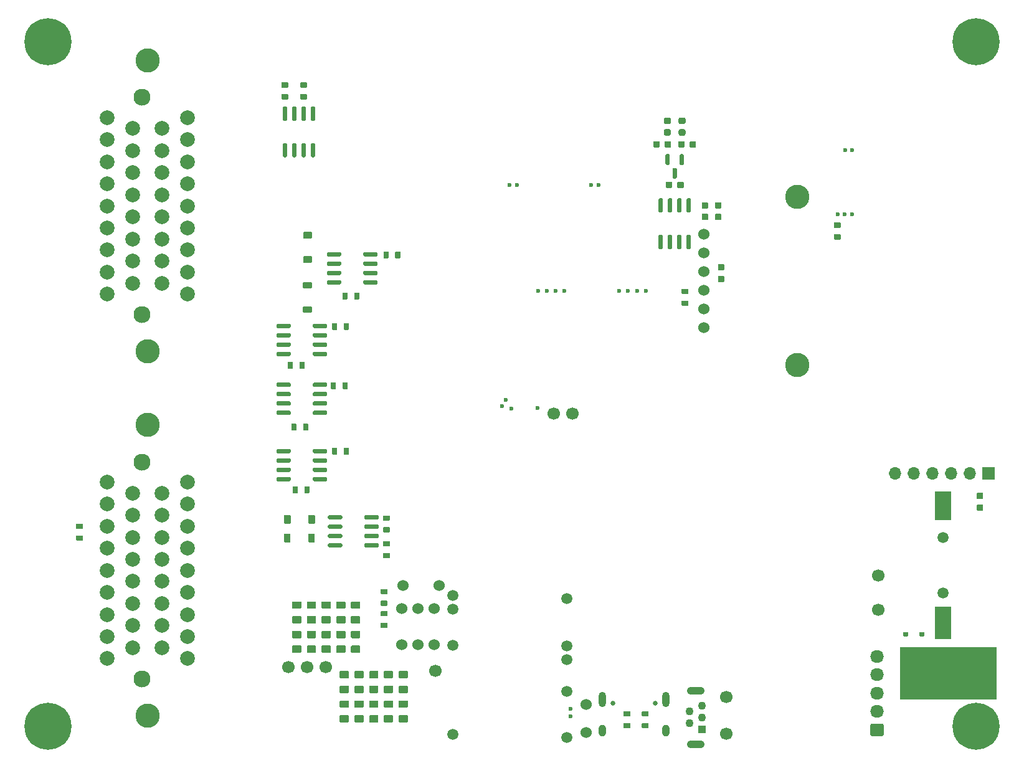
<source format=gbs>
G04 #@! TF.GenerationSoftware,KiCad,Pcbnew,8.0.9-8.0.9-0~ubuntu24.04.1*
G04 #@! TF.CreationDate,2025-10-23T20:59:24+00:00*
G04 #@! TF.ProjectId,uaefi,75616566-692e-46b6-9963-61645f706362,E*
G04 #@! TF.SameCoordinates,Original*
G04 #@! TF.FileFunction,Soldermask,Bot*
G04 #@! TF.FilePolarity,Negative*
%FSLAX46Y46*%
G04 Gerber Fmt 4.6, Leading zero omitted, Abs format (unit mm)*
G04 Created by KiCad (PCBNEW 8.0.9-8.0.9-0~ubuntu24.04.1) date 2025-10-23 20:59:24*
%MOMM*%
%LPD*%
G01*
G04 APERTURE LIST*
%ADD10C,0.120000*%
%ADD11C,1.700000*%
%ADD12C,3.300000*%
%ADD13C,2.300000*%
%ADD14C,2.000000*%
%ADD15C,0.800000*%
%ADD16C,6.400000*%
%ADD17C,1.524000*%
%ADD18O,1.850000X1.700000*%
%ADD19C,0.600000*%
%ADD20R,1.100000X1.100000*%
%ADD21C,1.100000*%
%ADD22O,2.400000X1.100000*%
%ADD23C,1.500000*%
%ADD24C,0.599999*%
%ADD25C,0.650000*%
%ADD26O,1.000000X2.100000*%
%ADD27O,1.000000X1.600000*%
%ADD28R,1.700000X1.700000*%
%ADD29O,1.700000X1.700000*%
%ADD30C,3.302000*%
%ADD31R,2.299995X4.399991*%
%ADD32R,2.299995X3.999992*%
G04 APERTURE END LIST*
D10*
G04 #@! TO.C,U5*
X132332487Y7235000D02*
X119332487Y7235000D01*
X119332487Y14235000D01*
X132332487Y14235000D01*
X132332487Y7235000D01*
G36*
X132332487Y7235000D02*
G01*
X119332487Y7235000D01*
X119332487Y14235000D01*
X132332487Y14235000D01*
X132332487Y7235000D01*
G37*
G04 #@! TD*
D11*
G04 #@! TO.C,P8*
X116382487Y19310000D03*
G04 #@! TD*
G04 #@! TO.C,P5*
X74782487Y46010000D03*
G04 #@! TD*
D12*
G04 #@! TO.C,J25*
X17000000Y93985000D03*
D13*
X16250000Y88985000D03*
X16250000Y59485000D03*
D12*
X17000000Y54485000D03*
D14*
X22500000Y86235000D03*
X22500000Y83235000D03*
X22500000Y80235000D03*
X22500000Y77235000D03*
X22500000Y74235000D03*
X22500000Y71235000D03*
X22500000Y68235000D03*
X22500000Y65235000D03*
X22500000Y62235000D03*
X19000000Y84735000D03*
X19000000Y81735000D03*
X19000000Y78735000D03*
X19000000Y75735000D03*
X19000000Y72735000D03*
X19000000Y69735000D03*
X19000000Y66735000D03*
X19000000Y63735000D03*
X15000000Y84735000D03*
X15000000Y81735000D03*
X15000000Y78735000D03*
X15000000Y75735000D03*
X15000000Y72735000D03*
X15000000Y69735000D03*
X15000000Y66735000D03*
X15000000Y63735000D03*
X11500000Y86235000D03*
X11500000Y83235000D03*
X11500000Y80235000D03*
X11500000Y77235000D03*
X11500000Y74235000D03*
X11500000Y71235000D03*
X11500000Y68235000D03*
X11500000Y65235000D03*
X11500000Y62235000D03*
G04 #@! TD*
D11*
G04 #@! TO.C,P15*
X38722487Y11510000D03*
G04 #@! TD*
D15*
G04 #@! TO.C,H1*
X1090000Y96510000D03*
X1792944Y98207056D03*
X1792944Y94812944D03*
X3490000Y98910000D03*
D16*
X3490000Y96510000D03*
D15*
X3490000Y94110000D03*
X5187056Y98207056D03*
X5187056Y94812944D03*
X5890000Y96510000D03*
G04 #@! TD*
G04 #@! TO.C,H4*
X127282487Y96510000D03*
X127985431Y98207056D03*
X127985431Y94812944D03*
X129682487Y98910000D03*
D16*
X129682487Y96510000D03*
D15*
X129682487Y94110000D03*
X131379543Y98207056D03*
X131379543Y94812944D03*
X132082487Y96510000D03*
G04 #@! TD*
D17*
G04 #@! TO.C,F4*
X51582487Y19460000D03*
X51582487Y14560000D03*
G04 #@! TD*
G04 #@! TO.C,J7*
G36*
G01*
X116857487Y2160000D02*
X115507487Y2160000D01*
G75*
G02*
X115257487Y2410000I0J250000D01*
G01*
X115257487Y3610000D01*
G75*
G02*
X115507487Y3860000I250000J0D01*
G01*
X116857487Y3860000D01*
G75*
G02*
X117107487Y3610000I0J-250000D01*
G01*
X117107487Y2410000D01*
G75*
G02*
X116857487Y2160000I-250000J0D01*
G01*
G37*
D18*
X116182487Y5510000D03*
X116182487Y8010000D03*
X116182487Y10510000D03*
X116182487Y13010000D03*
G04 #@! TD*
D11*
G04 #@! TO.C,P4*
X95682487Y7510000D03*
G04 #@! TD*
D15*
G04 #@! TO.C,H2*
X1090000Y3510000D03*
X1792944Y5207056D03*
X1792944Y1812944D03*
X3490000Y5910000D03*
D16*
X3490000Y3510000D03*
D15*
X3490000Y1110000D03*
X5187056Y5207056D03*
X5187056Y1812944D03*
X5890000Y3510000D03*
G04 #@! TD*
D19*
G04 #@! TO.C,M3*
X82357487Y62685000D03*
X81157487Y62685000D03*
X83557487Y62685000D03*
X84757487Y62685000D03*
X78297487Y77110000D03*
X77297487Y77110000D03*
G04 #@! TD*
D11*
G04 #@! TO.C,P17*
X36182487Y11510000D03*
G04 #@! TD*
D20*
G04 #@! TO.C,J8*
X92432487Y3110000D03*
D21*
X90682487Y3910000D03*
X92432487Y4710000D03*
X90682487Y5510000D03*
X92432487Y6310000D03*
D22*
X91557487Y1060000D03*
X91557487Y8360000D03*
G04 #@! TD*
D17*
G04 #@! TO.C,F3*
X53782487Y19460000D03*
X53782487Y14560000D03*
G04 #@! TD*
D19*
G04 #@! TO.C,M2*
X112757486Y73135000D03*
X111807486Y73135000D03*
X110857488Y73135000D03*
X111857486Y81835000D03*
X112757486Y81835000D03*
G04 #@! TD*
D11*
G04 #@! TO.C,P18*
X56182487Y11010000D03*
G04 #@! TD*
D12*
G04 #@! TO.C,J23*
X17000000Y44435000D03*
D13*
X16250000Y39435000D03*
X16250000Y9935000D03*
D12*
X17000000Y4935000D03*
D14*
X22500000Y36685000D03*
X22500000Y33685000D03*
X22500000Y30685000D03*
X22500000Y27685000D03*
X22500000Y24685000D03*
X22500000Y21685000D03*
X22500000Y18685000D03*
X22500000Y15685000D03*
X22500000Y12685000D03*
X19000000Y35185000D03*
X19000000Y32185000D03*
X19000000Y29185000D03*
X19000000Y26185000D03*
X19000000Y23185000D03*
X19000000Y20185000D03*
X19000000Y17185000D03*
X19000000Y14185000D03*
X15000000Y35185000D03*
X15000000Y32185000D03*
X15000000Y29185000D03*
X15000000Y26185000D03*
X15000000Y23185000D03*
X15000000Y20185000D03*
X15000000Y17185000D03*
X15000000Y14185000D03*
X11500000Y36685000D03*
X11500000Y33685000D03*
X11500000Y30685000D03*
X11500000Y27685000D03*
X11500000Y24685000D03*
X11500000Y21685000D03*
X11500000Y18685000D03*
X11500000Y15685000D03*
X11500000Y12685000D03*
G04 #@! TD*
D23*
G04 #@! TO.C,M1*
X74057482Y20834999D03*
X74057482Y14435002D03*
X74057482Y12534999D03*
X74057482Y8234999D03*
D19*
X74507481Y5835002D03*
X74507481Y4835001D03*
D23*
X74057482Y1984999D03*
X58557485Y21285001D03*
X58557485Y19435002D03*
X58557485Y14484999D03*
X58557485Y2435001D03*
G04 #@! TD*
D11*
G04 #@! TO.C,P6*
X72242487Y46010000D03*
G04 #@! TD*
D24*
G04 #@! TO.C,M7*
X65182486Y46985001D03*
X65707486Y47860003D03*
X66457484Y46684999D03*
X70007485Y46760002D03*
G04 #@! TD*
D17*
G04 #@! TO.C,F1*
X55982487Y19460000D03*
X55982487Y14560000D03*
G04 #@! TD*
D11*
G04 #@! TO.C,P3*
X95682487Y2510000D03*
G04 #@! TD*
D17*
G04 #@! TO.C,R4*
X76657096Y6484609D03*
X76657096Y2674609D03*
G04 #@! TD*
D11*
G04 #@! TO.C,P7*
X116382487Y24010000D03*
G04 #@! TD*
D25*
G04 #@! TO.C,J9*
X80292487Y6615000D03*
X86072487Y6615000D03*
D26*
X78862487Y7115000D03*
D27*
X78862487Y2935000D03*
D26*
X87502487Y7115000D03*
D27*
X87502487Y2935000D03*
G04 #@! TD*
D15*
G04 #@! TO.C,H3*
X127282487Y3510000D03*
X127985431Y5207056D03*
X127985431Y1812944D03*
X129682487Y5910000D03*
D16*
X129682487Y3510000D03*
D15*
X129682487Y1110000D03*
X131379543Y5207056D03*
X131379543Y1812944D03*
X132082487Y3510000D03*
G04 #@! TD*
D19*
G04 #@! TO.C,M4*
X71307487Y62685000D03*
X70107487Y62685000D03*
X72507487Y62685000D03*
X73707487Y62685000D03*
X67247487Y77110000D03*
X66247487Y77110000D03*
G04 #@! TD*
D17*
G04 #@! TO.C,F2*
X51732487Y22610000D03*
X56632487Y22610000D03*
G04 #@! TD*
D28*
G04 #@! TO.C,J6*
X131332487Y37910000D03*
D29*
X128792487Y37910000D03*
X126252487Y37910000D03*
X123712487Y37910000D03*
X121172487Y37910000D03*
X118632487Y37910000D03*
G04 #@! TD*
D30*
G04 #@! TO.C,U3*
X105385737Y75440000D03*
X105385737Y52580000D03*
D17*
X92685737Y70360000D03*
X92685737Y67820000D03*
X92685737Y65280000D03*
X92685737Y62740000D03*
X92685737Y60200000D03*
X92685737Y57660000D03*
G04 #@! TD*
D11*
G04 #@! TO.C,P16*
X41262487Y11510000D03*
G04 #@! TD*
G04 #@! TO.C,D8*
G36*
G01*
X87582487Y81267023D02*
X87882487Y81267023D01*
G75*
G02*
X88032487Y81117023I0J-150000D01*
G01*
X88032487Y79942023D01*
G75*
G02*
X87882487Y79792023I-150000J0D01*
G01*
X87582487Y79792023D01*
G75*
G02*
X87432487Y79942023I0J150000D01*
G01*
X87432487Y81117023D01*
G75*
G02*
X87582487Y81267023I150000J0D01*
G01*
G37*
G36*
G01*
X89482487Y81267023D02*
X89782487Y81267023D01*
G75*
G02*
X89932487Y81117023I0J-150000D01*
G01*
X89932487Y79942023D01*
G75*
G02*
X89782487Y79792023I-150000J0D01*
G01*
X89482487Y79792023D01*
G75*
G02*
X89332487Y79942023I0J150000D01*
G01*
X89332487Y81117023D01*
G75*
G02*
X89482487Y81267023I150000J0D01*
G01*
G37*
G36*
G01*
X88532487Y79392023D02*
X88832487Y79392023D01*
G75*
G02*
X88982487Y79242023I0J-150000D01*
G01*
X88982487Y78067023D01*
G75*
G02*
X88832487Y77917023I-150000J0D01*
G01*
X88532487Y77917023D01*
G75*
G02*
X88382487Y78067023I0J150000D01*
G01*
X88382487Y79242023D01*
G75*
G02*
X88532487Y79392023I150000J0D01*
G01*
G37*
G04 #@! TD*
G04 #@! TO.C,U7*
G36*
G01*
X48300000Y67795000D02*
X48300000Y67495000D01*
G75*
G02*
X48150000Y67345000I-150000J0D01*
G01*
X46500000Y67345000D01*
G75*
G02*
X46350000Y67495000I0J150000D01*
G01*
X46350000Y67795000D01*
G75*
G02*
X46500000Y67945000I150000J0D01*
G01*
X48150000Y67945000D01*
G75*
G02*
X48300000Y67795000I0J-150000D01*
G01*
G37*
G36*
G01*
X48300000Y66525000D02*
X48300000Y66225000D01*
G75*
G02*
X48150000Y66075000I-150000J0D01*
G01*
X46500000Y66075000D01*
G75*
G02*
X46350000Y66225000I0J150000D01*
G01*
X46350000Y66525000D01*
G75*
G02*
X46500000Y66675000I150000J0D01*
G01*
X48150000Y66675000D01*
G75*
G02*
X48300000Y66525000I0J-150000D01*
G01*
G37*
G36*
G01*
X48300000Y65255000D02*
X48300000Y64955000D01*
G75*
G02*
X48150000Y64805000I-150000J0D01*
G01*
X46500000Y64805000D01*
G75*
G02*
X46350000Y64955000I0J150000D01*
G01*
X46350000Y65255000D01*
G75*
G02*
X46500000Y65405000I150000J0D01*
G01*
X48150000Y65405000D01*
G75*
G02*
X48300000Y65255000I0J-150000D01*
G01*
G37*
G36*
G01*
X48300000Y63985000D02*
X48300000Y63685000D01*
G75*
G02*
X48150000Y63535000I-150000J0D01*
G01*
X46500000Y63535000D01*
G75*
G02*
X46350000Y63685000I0J150000D01*
G01*
X46350000Y63985000D01*
G75*
G02*
X46500000Y64135000I150000J0D01*
G01*
X48150000Y64135000D01*
G75*
G02*
X48300000Y63985000I0J-150000D01*
G01*
G37*
G36*
G01*
X43350000Y63985000D02*
X43350000Y63685000D01*
G75*
G02*
X43200000Y63535000I-150000J0D01*
G01*
X41550000Y63535000D01*
G75*
G02*
X41400000Y63685000I0J150000D01*
G01*
X41400000Y63985000D01*
G75*
G02*
X41550000Y64135000I150000J0D01*
G01*
X43200000Y64135000D01*
G75*
G02*
X43350000Y63985000I0J-150000D01*
G01*
G37*
G36*
G01*
X43350000Y65255000D02*
X43350000Y64955000D01*
G75*
G02*
X43200000Y64805000I-150000J0D01*
G01*
X41550000Y64805000D01*
G75*
G02*
X41400000Y64955000I0J150000D01*
G01*
X41400000Y65255000D01*
G75*
G02*
X41550000Y65405000I150000J0D01*
G01*
X43200000Y65405000D01*
G75*
G02*
X43350000Y65255000I0J-150000D01*
G01*
G37*
G36*
G01*
X43350000Y66525000D02*
X43350000Y66225000D01*
G75*
G02*
X43200000Y66075000I-150000J0D01*
G01*
X41550000Y66075000D01*
G75*
G02*
X41400000Y66225000I0J150000D01*
G01*
X41400000Y66525000D01*
G75*
G02*
X41550000Y66675000I150000J0D01*
G01*
X43200000Y66675000D01*
G75*
G02*
X43350000Y66525000I0J-150000D01*
G01*
G37*
G36*
G01*
X43350000Y67795000D02*
X43350000Y67495000D01*
G75*
G02*
X43200000Y67345000I-150000J0D01*
G01*
X41550000Y67345000D01*
G75*
G02*
X41400000Y67495000I0J150000D01*
G01*
X41400000Y67795000D01*
G75*
G02*
X41550000Y67945000I150000J0D01*
G01*
X43200000Y67945000D01*
G75*
G02*
X43350000Y67795000I0J-150000D01*
G01*
G37*
G04 #@! TD*
G04 #@! TO.C,C10*
G36*
G01*
X45832487Y13470000D02*
X44782487Y13470000D01*
G75*
G02*
X44682487Y13570000I0J100000D01*
G01*
X44682487Y14370000D01*
G75*
G02*
X44782487Y14470000I100000J0D01*
G01*
X45832487Y14470000D01*
G75*
G02*
X45932487Y14370000I0J-100000D01*
G01*
X45932487Y13570000D01*
G75*
G02*
X45832487Y13470000I-100000J0D01*
G01*
G37*
G36*
G01*
X45832487Y15470000D02*
X44782487Y15470000D01*
G75*
G02*
X44682487Y15570000I0J100000D01*
G01*
X44682487Y16370000D01*
G75*
G02*
X44782487Y16470000I100000J0D01*
G01*
X45832487Y16470000D01*
G75*
G02*
X45932487Y16370000I0J-100000D01*
G01*
X45932487Y15570000D01*
G75*
G02*
X45832487Y15470000I-100000J0D01*
G01*
G37*
G04 #@! TD*
G04 #@! TO.C,C27*
G36*
G01*
X94642487Y66325001D02*
X95322487Y66325001D01*
G75*
G02*
X95407487Y66240001I0J-85000D01*
G01*
X95407487Y65560001D01*
G75*
G02*
X95322487Y65475001I-85000J0D01*
G01*
X94642487Y65475001D01*
G75*
G02*
X94557487Y65560001I0J85000D01*
G01*
X94557487Y66240001D01*
G75*
G02*
X94642487Y66325001I85000J0D01*
G01*
G37*
G36*
G01*
X94642487Y64744999D02*
X95322487Y64744999D01*
G75*
G02*
X95407487Y64659999I0J-85000D01*
G01*
X95407487Y63979999D01*
G75*
G02*
X95322487Y63894999I-85000J0D01*
G01*
X94642487Y63894999D01*
G75*
G02*
X94557487Y63979999I0J85000D01*
G01*
X94557487Y64659999D01*
G75*
G02*
X94642487Y64744999I85000J0D01*
G01*
G37*
G04 #@! TD*
G04 #@! TO.C,D4*
G36*
G01*
X35585000Y31100000D02*
X35585000Y32120000D01*
G75*
G02*
X35675000Y32210000I90000J0D01*
G01*
X36395000Y32210000D01*
G75*
G02*
X36485000Y32120000I0J-90000D01*
G01*
X36485000Y31100000D01*
G75*
G02*
X36395000Y31010000I-90000J0D01*
G01*
X35675000Y31010000D01*
G75*
G02*
X35585000Y31100000I0J90000D01*
G01*
G37*
G36*
G01*
X38885000Y31100000D02*
X38885000Y32120000D01*
G75*
G02*
X38975000Y32210000I90000J0D01*
G01*
X39695000Y32210000D01*
G75*
G02*
X39785000Y32120000I0J-90000D01*
G01*
X39785000Y31100000D01*
G75*
G02*
X39695000Y31010000I-90000J0D01*
G01*
X38975000Y31010000D01*
G75*
G02*
X38885000Y31100000I0J90000D01*
G01*
G37*
G04 #@! TD*
D23*
G04 #@! TO.C,BT1*
X125182487Y21610142D03*
X125182487Y29110000D03*
D31*
X125182487Y17510048D03*
D32*
X125182487Y33510067D03*
G04 #@! TD*
G04 #@! TO.C,U10*
G36*
G01*
X41450000Y50055000D02*
X41450000Y49755000D01*
G75*
G02*
X41300000Y49605000I-150000J0D01*
G01*
X39650000Y49605000D01*
G75*
G02*
X39500000Y49755000I0J150000D01*
G01*
X39500000Y50055000D01*
G75*
G02*
X39650000Y50205000I150000J0D01*
G01*
X41300000Y50205000D01*
G75*
G02*
X41450000Y50055000I0J-150000D01*
G01*
G37*
G36*
G01*
X41450000Y48785000D02*
X41450000Y48485000D01*
G75*
G02*
X41300000Y48335000I-150000J0D01*
G01*
X39650000Y48335000D01*
G75*
G02*
X39500000Y48485000I0J150000D01*
G01*
X39500000Y48785000D01*
G75*
G02*
X39650000Y48935000I150000J0D01*
G01*
X41300000Y48935000D01*
G75*
G02*
X41450000Y48785000I0J-150000D01*
G01*
G37*
G36*
G01*
X41450000Y47515000D02*
X41450000Y47215000D01*
G75*
G02*
X41300000Y47065000I-150000J0D01*
G01*
X39650000Y47065000D01*
G75*
G02*
X39500000Y47215000I0J150000D01*
G01*
X39500000Y47515000D01*
G75*
G02*
X39650000Y47665000I150000J0D01*
G01*
X41300000Y47665000D01*
G75*
G02*
X41450000Y47515000I0J-150000D01*
G01*
G37*
G36*
G01*
X41450000Y46245000D02*
X41450000Y45945000D01*
G75*
G02*
X41300000Y45795000I-150000J0D01*
G01*
X39650000Y45795000D01*
G75*
G02*
X39500000Y45945000I0J150000D01*
G01*
X39500000Y46245000D01*
G75*
G02*
X39650000Y46395000I150000J0D01*
G01*
X41300000Y46395000D01*
G75*
G02*
X41450000Y46245000I0J-150000D01*
G01*
G37*
G36*
G01*
X36500000Y46245000D02*
X36500000Y45945000D01*
G75*
G02*
X36350000Y45795000I-150000J0D01*
G01*
X34700000Y45795000D01*
G75*
G02*
X34550000Y45945000I0J150000D01*
G01*
X34550000Y46245000D01*
G75*
G02*
X34700000Y46395000I150000J0D01*
G01*
X36350000Y46395000D01*
G75*
G02*
X36500000Y46245000I0J-150000D01*
G01*
G37*
G36*
G01*
X36500000Y47515000D02*
X36500000Y47215000D01*
G75*
G02*
X36350000Y47065000I-150000J0D01*
G01*
X34700000Y47065000D01*
G75*
G02*
X34550000Y47215000I0J150000D01*
G01*
X34550000Y47515000D01*
G75*
G02*
X34700000Y47665000I150000J0D01*
G01*
X36350000Y47665000D01*
G75*
G02*
X36500000Y47515000I0J-150000D01*
G01*
G37*
G36*
G01*
X36500000Y48785000D02*
X36500000Y48485000D01*
G75*
G02*
X36350000Y48335000I-150000J0D01*
G01*
X34700000Y48335000D01*
G75*
G02*
X34550000Y48485000I0J150000D01*
G01*
X34550000Y48785000D01*
G75*
G02*
X34700000Y48935000I150000J0D01*
G01*
X36350000Y48935000D01*
G75*
G02*
X36500000Y48785000I0J-150000D01*
G01*
G37*
G36*
G01*
X36500000Y50055000D02*
X36500000Y49755000D01*
G75*
G02*
X36350000Y49605000I-150000J0D01*
G01*
X34700000Y49605000D01*
G75*
G02*
X34550000Y49755000I0J150000D01*
G01*
X34550000Y50055000D01*
G75*
G02*
X34700000Y50205000I150000J0D01*
G01*
X36350000Y50205000D01*
G75*
G02*
X36500000Y50055000I0J-150000D01*
G01*
G37*
G04 #@! TD*
G04 #@! TO.C,R31*
G36*
G01*
X44240000Y50180000D02*
X44240000Y49400000D01*
G75*
G02*
X44170000Y49330000I-70000J0D01*
G01*
X43610000Y49330000D01*
G75*
G02*
X43540000Y49400000I0J70000D01*
G01*
X43540000Y50180000D01*
G75*
G02*
X43610000Y50250000I70000J0D01*
G01*
X44170000Y50250000D01*
G75*
G02*
X44240000Y50180000I0J-70000D01*
G01*
G37*
G36*
G01*
X42640000Y50180000D02*
X42640000Y49400000D01*
G75*
G02*
X42570000Y49330000I-70000J0D01*
G01*
X42010000Y49330000D01*
G75*
G02*
X41940000Y49400000I0J70000D01*
G01*
X41940000Y50180000D01*
G75*
G02*
X42010000Y50250000I70000J0D01*
G01*
X42570000Y50250000D01*
G75*
G02*
X42640000Y50180000I0J-70000D01*
G01*
G37*
G04 #@! TD*
G04 #@! TO.C,C30*
G36*
G01*
X91587489Y82950000D02*
X91587489Y82270000D01*
G75*
G02*
X91502489Y82185000I-85000J0D01*
G01*
X90822489Y82185000D01*
G75*
G02*
X90737489Y82270000I0J85000D01*
G01*
X90737489Y82950000D01*
G75*
G02*
X90822489Y83035000I85000J0D01*
G01*
X91502489Y83035000D01*
G75*
G02*
X91587489Y82950000I0J-85000D01*
G01*
G37*
G36*
G01*
X90007487Y82950000D02*
X90007487Y82270000D01*
G75*
G02*
X89922487Y82185000I-85000J0D01*
G01*
X89242487Y82185000D01*
G75*
G02*
X89157487Y82270000I0J85000D01*
G01*
X89157487Y82950000D01*
G75*
G02*
X89242487Y83035000I85000J0D01*
G01*
X89922487Y83035000D01*
G75*
G02*
X90007487Y82950000I0J-85000D01*
G01*
G37*
G04 #@! TD*
G04 #@! TO.C,C7*
G36*
G01*
X39832487Y13470000D02*
X38782487Y13470000D01*
G75*
G02*
X38682487Y13570000I0J100000D01*
G01*
X38682487Y14370000D01*
G75*
G02*
X38782487Y14470000I100000J0D01*
G01*
X39832487Y14470000D01*
G75*
G02*
X39932487Y14370000I0J-100000D01*
G01*
X39932487Y13570000D01*
G75*
G02*
X39832487Y13470000I-100000J0D01*
G01*
G37*
G36*
G01*
X39832487Y15470000D02*
X38782487Y15470000D01*
G75*
G02*
X38682487Y15570000I0J100000D01*
G01*
X38682487Y16370000D01*
G75*
G02*
X38782487Y16470000I100000J0D01*
G01*
X39832487Y16470000D01*
G75*
G02*
X39932487Y16370000I0J-100000D01*
G01*
X39932487Y15570000D01*
G75*
G02*
X39832487Y15470000I-100000J0D01*
G01*
G37*
G04 #@! TD*
G04 #@! TO.C,C33*
G36*
G01*
X129842487Y35225001D02*
X130522487Y35225001D01*
G75*
G02*
X130607487Y35140001I0J-85000D01*
G01*
X130607487Y34460001D01*
G75*
G02*
X130522487Y34375001I-85000J0D01*
G01*
X129842487Y34375001D01*
G75*
G02*
X129757487Y34460001I0J85000D01*
G01*
X129757487Y35140001D01*
G75*
G02*
X129842487Y35225001I85000J0D01*
G01*
G37*
G36*
G01*
X129842487Y33644999D02*
X130522487Y33644999D01*
G75*
G02*
X130607487Y33559999I0J-85000D01*
G01*
X130607487Y32879999D01*
G75*
G02*
X130522487Y32794999I-85000J0D01*
G01*
X129842487Y32794999D01*
G75*
G02*
X129757487Y32879999I0J85000D01*
G01*
X129757487Y33559999D01*
G75*
G02*
X129842487Y33644999I85000J0D01*
G01*
G37*
G04 #@! TD*
G04 #@! TO.C,C29*
G36*
G01*
X87467486Y76752023D02*
X87467486Y77432023D01*
G75*
G02*
X87552486Y77517023I85000J0D01*
G01*
X88232486Y77517023D01*
G75*
G02*
X88317486Y77432023I0J-85000D01*
G01*
X88317486Y76752023D01*
G75*
G02*
X88232486Y76667023I-85000J0D01*
G01*
X87552486Y76667023D01*
G75*
G02*
X87467486Y76752023I0J85000D01*
G01*
G37*
G36*
G01*
X89047488Y76752023D02*
X89047488Y77432023D01*
G75*
G02*
X89132488Y77517023I85000J0D01*
G01*
X89812488Y77517023D01*
G75*
G02*
X89897488Y77432023I0J-85000D01*
G01*
X89897488Y76752023D01*
G75*
G02*
X89812488Y76667023I-85000J0D01*
G01*
X89132488Y76667023D01*
G75*
G02*
X89047488Y76752023I0J85000D01*
G01*
G37*
G04 #@! TD*
G04 #@! TO.C,R34*
G36*
G01*
X36080000Y52180000D02*
X36080000Y52960000D01*
G75*
G02*
X36150000Y53030000I70000J0D01*
G01*
X36710000Y53030000D01*
G75*
G02*
X36780000Y52960000I0J-70000D01*
G01*
X36780000Y52180000D01*
G75*
G02*
X36710000Y52110000I-70000J0D01*
G01*
X36150000Y52110000D01*
G75*
G02*
X36080000Y52180000I0J70000D01*
G01*
G37*
G36*
G01*
X37680000Y52180000D02*
X37680000Y52960000D01*
G75*
G02*
X37750000Y53030000I70000J0D01*
G01*
X38310000Y53030000D01*
G75*
G02*
X38380000Y52960000I0J-70000D01*
G01*
X38380000Y52180000D01*
G75*
G02*
X38310000Y52110000I-70000J0D01*
G01*
X37750000Y52110000D01*
G75*
G02*
X37680000Y52180000I0J70000D01*
G01*
G37*
G04 #@! TD*
G04 #@! TO.C,R1*
G36*
G01*
X8170000Y28730000D02*
X7390000Y28730000D01*
G75*
G02*
X7320000Y28800000I0J70000D01*
G01*
X7320000Y29360000D01*
G75*
G02*
X7390000Y29430000I70000J0D01*
G01*
X8170000Y29430000D01*
G75*
G02*
X8240000Y29360000I0J-70000D01*
G01*
X8240000Y28800000D01*
G75*
G02*
X8170000Y28730000I-70000J0D01*
G01*
G37*
G36*
G01*
X8170000Y30330000D02*
X7390000Y30330000D01*
G75*
G02*
X7320000Y30400000I0J70000D01*
G01*
X7320000Y30960000D01*
G75*
G02*
X7390000Y31030000I70000J0D01*
G01*
X8170000Y31030000D01*
G75*
G02*
X8240000Y30960000I0J-70000D01*
G01*
X8240000Y30400000D01*
G75*
G02*
X8170000Y30330000I-70000J0D01*
G01*
G37*
G04 #@! TD*
G04 #@! TO.C,C17*
G36*
G01*
X49257487Y11010000D02*
X50307487Y11010000D01*
G75*
G02*
X50407487Y10910000I0J-100000D01*
G01*
X50407487Y10110000D01*
G75*
G02*
X50307487Y10010000I-100000J0D01*
G01*
X49257487Y10010000D01*
G75*
G02*
X49157487Y10110000I0J100000D01*
G01*
X49157487Y10910000D01*
G75*
G02*
X49257487Y11010000I100000J0D01*
G01*
G37*
G36*
G01*
X49257487Y9010000D02*
X50307487Y9010000D01*
G75*
G02*
X50407487Y8910000I0J-100000D01*
G01*
X50407487Y8110000D01*
G75*
G02*
X50307487Y8010000I-100000J0D01*
G01*
X49257487Y8010000D01*
G75*
G02*
X49157487Y8110000I0J100000D01*
G01*
X49157487Y8910000D01*
G75*
G02*
X49257487Y9010000I100000J0D01*
G01*
G37*
G04 #@! TD*
G04 #@! TO.C,C3*
G36*
G01*
X40782487Y20470000D02*
X41832487Y20470000D01*
G75*
G02*
X41932487Y20370000I0J-100000D01*
G01*
X41932487Y19570000D01*
G75*
G02*
X41832487Y19470000I-100000J0D01*
G01*
X40782487Y19470000D01*
G75*
G02*
X40682487Y19570000I0J100000D01*
G01*
X40682487Y20370000D01*
G75*
G02*
X40782487Y20470000I100000J0D01*
G01*
G37*
G36*
G01*
X40782487Y18470000D02*
X41832487Y18470000D01*
G75*
G02*
X41932487Y18370000I0J-100000D01*
G01*
X41932487Y17570000D01*
G75*
G02*
X41832487Y17470000I-100000J0D01*
G01*
X40782487Y17470000D01*
G75*
G02*
X40682487Y17570000I0J100000D01*
G01*
X40682487Y18370000D01*
G75*
G02*
X40782487Y18470000I100000J0D01*
G01*
G37*
G04 #@! TD*
G04 #@! TO.C,C23*
G36*
G01*
X52307487Y4010000D02*
X51257487Y4010000D01*
G75*
G02*
X51157487Y4110000I0J100000D01*
G01*
X51157487Y4910000D01*
G75*
G02*
X51257487Y5010000I100000J0D01*
G01*
X52307487Y5010000D01*
G75*
G02*
X52407487Y4910000I0J-100000D01*
G01*
X52407487Y4110000D01*
G75*
G02*
X52307487Y4010000I-100000J0D01*
G01*
G37*
G36*
G01*
X52307487Y6010000D02*
X51257487Y6010000D01*
G75*
G02*
X51157487Y6110000I0J100000D01*
G01*
X51157487Y6910000D01*
G75*
G02*
X51257487Y7010000I100000J0D01*
G01*
X52307487Y7010000D01*
G75*
G02*
X52407487Y6910000I0J-100000D01*
G01*
X52407487Y6110000D01*
G75*
G02*
X52307487Y6010000I-100000J0D01*
G01*
G37*
G04 #@! TD*
G04 #@! TO.C,U4*
G36*
G01*
X86627487Y75260000D02*
X86927487Y75260000D01*
G75*
G02*
X87077487Y75110000I0J-150000D01*
G01*
X87077487Y73460000D01*
G75*
G02*
X86927487Y73310000I-150000J0D01*
G01*
X86627487Y73310000D01*
G75*
G02*
X86477487Y73460000I0J150000D01*
G01*
X86477487Y75110000D01*
G75*
G02*
X86627487Y75260000I150000J0D01*
G01*
G37*
G36*
G01*
X87897487Y75260000D02*
X88197487Y75260000D01*
G75*
G02*
X88347487Y75110000I0J-150000D01*
G01*
X88347487Y73460000D01*
G75*
G02*
X88197487Y73310000I-150000J0D01*
G01*
X87897487Y73310000D01*
G75*
G02*
X87747487Y73460000I0J150000D01*
G01*
X87747487Y75110000D01*
G75*
G02*
X87897487Y75260000I150000J0D01*
G01*
G37*
G36*
G01*
X89167487Y75260000D02*
X89467487Y75260000D01*
G75*
G02*
X89617487Y75110000I0J-150000D01*
G01*
X89617487Y73460000D01*
G75*
G02*
X89467487Y73310000I-150000J0D01*
G01*
X89167487Y73310000D01*
G75*
G02*
X89017487Y73460000I0J150000D01*
G01*
X89017487Y75110000D01*
G75*
G02*
X89167487Y75260000I150000J0D01*
G01*
G37*
G36*
G01*
X90437487Y75260000D02*
X90737487Y75260000D01*
G75*
G02*
X90887487Y75110000I0J-150000D01*
G01*
X90887487Y73460000D01*
G75*
G02*
X90737487Y73310000I-150000J0D01*
G01*
X90437487Y73310000D01*
G75*
G02*
X90287487Y73460000I0J150000D01*
G01*
X90287487Y75110000D01*
G75*
G02*
X90437487Y75260000I150000J0D01*
G01*
G37*
G36*
G01*
X90437487Y70310000D02*
X90737487Y70310000D01*
G75*
G02*
X90887487Y70160000I0J-150000D01*
G01*
X90887487Y68510000D01*
G75*
G02*
X90737487Y68360000I-150000J0D01*
G01*
X90437487Y68360000D01*
G75*
G02*
X90287487Y68510000I0J150000D01*
G01*
X90287487Y70160000D01*
G75*
G02*
X90437487Y70310000I150000J0D01*
G01*
G37*
G36*
G01*
X89167487Y70310000D02*
X89467487Y70310000D01*
G75*
G02*
X89617487Y70160000I0J-150000D01*
G01*
X89617487Y68510000D01*
G75*
G02*
X89467487Y68360000I-150000J0D01*
G01*
X89167487Y68360000D01*
G75*
G02*
X89017487Y68510000I0J150000D01*
G01*
X89017487Y70160000D01*
G75*
G02*
X89167487Y70310000I150000J0D01*
G01*
G37*
G36*
G01*
X87897487Y70310000D02*
X88197487Y70310000D01*
G75*
G02*
X88347487Y70160000I0J-150000D01*
G01*
X88347487Y68510000D01*
G75*
G02*
X88197487Y68360000I-150000J0D01*
G01*
X87897487Y68360000D01*
G75*
G02*
X87747487Y68510000I0J150000D01*
G01*
X87747487Y70160000D01*
G75*
G02*
X87897487Y70310000I150000J0D01*
G01*
G37*
G36*
G01*
X86627487Y70310000D02*
X86927487Y70310000D01*
G75*
G02*
X87077487Y70160000I0J-150000D01*
G01*
X87077487Y68510000D01*
G75*
G02*
X86927487Y68360000I-150000J0D01*
G01*
X86627487Y68360000D01*
G75*
G02*
X86477487Y68510000I0J150000D01*
G01*
X86477487Y70160000D01*
G75*
G02*
X86627487Y70310000I150000J0D01*
G01*
G37*
G04 #@! TD*
G04 #@! TO.C,C1*
G36*
G01*
X36782487Y20470000D02*
X37832487Y20470000D01*
G75*
G02*
X37932487Y20370000I0J-100000D01*
G01*
X37932487Y19570000D01*
G75*
G02*
X37832487Y19470000I-100000J0D01*
G01*
X36782487Y19470000D01*
G75*
G02*
X36682487Y19570000I0J100000D01*
G01*
X36682487Y20370000D01*
G75*
G02*
X36782487Y20470000I100000J0D01*
G01*
G37*
G36*
G01*
X36782487Y18470000D02*
X37832487Y18470000D01*
G75*
G02*
X37932487Y18370000I0J-100000D01*
G01*
X37932487Y17570000D01*
G75*
G02*
X37832487Y17470000I-100000J0D01*
G01*
X36782487Y17470000D01*
G75*
G02*
X36682487Y17570000I0J100000D01*
G01*
X36682487Y18370000D01*
G75*
G02*
X36782487Y18470000I100000J0D01*
G01*
G37*
G04 #@! TD*
G04 #@! TO.C,U11*
G36*
G01*
X41450000Y58055000D02*
X41450000Y57755000D01*
G75*
G02*
X41300000Y57605000I-150000J0D01*
G01*
X39650000Y57605000D01*
G75*
G02*
X39500000Y57755000I0J150000D01*
G01*
X39500000Y58055000D01*
G75*
G02*
X39650000Y58205000I150000J0D01*
G01*
X41300000Y58205000D01*
G75*
G02*
X41450000Y58055000I0J-150000D01*
G01*
G37*
G36*
G01*
X41450000Y56785000D02*
X41450000Y56485000D01*
G75*
G02*
X41300000Y56335000I-150000J0D01*
G01*
X39650000Y56335000D01*
G75*
G02*
X39500000Y56485000I0J150000D01*
G01*
X39500000Y56785000D01*
G75*
G02*
X39650000Y56935000I150000J0D01*
G01*
X41300000Y56935000D01*
G75*
G02*
X41450000Y56785000I0J-150000D01*
G01*
G37*
G36*
G01*
X41450000Y55515000D02*
X41450000Y55215000D01*
G75*
G02*
X41300000Y55065000I-150000J0D01*
G01*
X39650000Y55065000D01*
G75*
G02*
X39500000Y55215000I0J150000D01*
G01*
X39500000Y55515000D01*
G75*
G02*
X39650000Y55665000I150000J0D01*
G01*
X41300000Y55665000D01*
G75*
G02*
X41450000Y55515000I0J-150000D01*
G01*
G37*
G36*
G01*
X41450000Y54245000D02*
X41450000Y53945000D01*
G75*
G02*
X41300000Y53795000I-150000J0D01*
G01*
X39650000Y53795000D01*
G75*
G02*
X39500000Y53945000I0J150000D01*
G01*
X39500000Y54245000D01*
G75*
G02*
X39650000Y54395000I150000J0D01*
G01*
X41300000Y54395000D01*
G75*
G02*
X41450000Y54245000I0J-150000D01*
G01*
G37*
G36*
G01*
X36500000Y54245000D02*
X36500000Y53945000D01*
G75*
G02*
X36350000Y53795000I-150000J0D01*
G01*
X34700000Y53795000D01*
G75*
G02*
X34550000Y53945000I0J150000D01*
G01*
X34550000Y54245000D01*
G75*
G02*
X34700000Y54395000I150000J0D01*
G01*
X36350000Y54395000D01*
G75*
G02*
X36500000Y54245000I0J-150000D01*
G01*
G37*
G36*
G01*
X36500000Y55515000D02*
X36500000Y55215000D01*
G75*
G02*
X36350000Y55065000I-150000J0D01*
G01*
X34700000Y55065000D01*
G75*
G02*
X34550000Y55215000I0J150000D01*
G01*
X34550000Y55515000D01*
G75*
G02*
X34700000Y55665000I150000J0D01*
G01*
X36350000Y55665000D01*
G75*
G02*
X36500000Y55515000I0J-150000D01*
G01*
G37*
G36*
G01*
X36500000Y56785000D02*
X36500000Y56485000D01*
G75*
G02*
X36350000Y56335000I-150000J0D01*
G01*
X34700000Y56335000D01*
G75*
G02*
X34550000Y56485000I0J150000D01*
G01*
X34550000Y56785000D01*
G75*
G02*
X34700000Y56935000I150000J0D01*
G01*
X36350000Y56935000D01*
G75*
G02*
X36500000Y56785000I0J-150000D01*
G01*
G37*
G36*
G01*
X36500000Y58055000D02*
X36500000Y57755000D01*
G75*
G02*
X36350000Y57605000I-150000J0D01*
G01*
X34700000Y57605000D01*
G75*
G02*
X34550000Y57755000I0J150000D01*
G01*
X34550000Y58055000D01*
G75*
G02*
X34700000Y58205000I150000J0D01*
G01*
X36350000Y58205000D01*
G75*
G02*
X36500000Y58055000I0J-150000D01*
G01*
G37*
G04 #@! TD*
G04 #@! TO.C,C31*
G36*
G01*
X93122487Y72294999D02*
X92442487Y72294999D01*
G75*
G02*
X92357487Y72379999I0J85000D01*
G01*
X92357487Y73059999D01*
G75*
G02*
X92442487Y73144999I85000J0D01*
G01*
X93122487Y73144999D01*
G75*
G02*
X93207487Y73059999I0J-85000D01*
G01*
X93207487Y72379999D01*
G75*
G02*
X93122487Y72294999I-85000J0D01*
G01*
G37*
G36*
G01*
X93122487Y73875001D02*
X92442487Y73875001D01*
G75*
G02*
X92357487Y73960001I0J85000D01*
G01*
X92357487Y74640001D01*
G75*
G02*
X92442487Y74725001I85000J0D01*
G01*
X93122487Y74725001D01*
G75*
G02*
X93207487Y74640001I0J-85000D01*
G01*
X93207487Y73960001D01*
G75*
G02*
X93122487Y73875001I-85000J0D01*
G01*
G37*
G04 #@! TD*
G04 #@! TO.C,C14*
G36*
G01*
X43257487Y11010000D02*
X44307487Y11010000D01*
G75*
G02*
X44407487Y10910000I0J-100000D01*
G01*
X44407487Y10110000D01*
G75*
G02*
X44307487Y10010000I-100000J0D01*
G01*
X43257487Y10010000D01*
G75*
G02*
X43157487Y10110000I0J100000D01*
G01*
X43157487Y10910000D01*
G75*
G02*
X43257487Y11010000I100000J0D01*
G01*
G37*
G36*
G01*
X43257487Y9010000D02*
X44307487Y9010000D01*
G75*
G02*
X44407487Y8910000I0J-100000D01*
G01*
X44407487Y8110000D01*
G75*
G02*
X44307487Y8010000I-100000J0D01*
G01*
X43257487Y8010000D01*
G75*
G02*
X43157487Y8110000I0J100000D01*
G01*
X43157487Y8910000D01*
G75*
G02*
X43257487Y9010000I100000J0D01*
G01*
G37*
G04 #@! TD*
G04 #@! TO.C,C19*
G36*
G01*
X44307487Y4010000D02*
X43257487Y4010000D01*
G75*
G02*
X43157487Y4110000I0J100000D01*
G01*
X43157487Y4910000D01*
G75*
G02*
X43257487Y5010000I100000J0D01*
G01*
X44307487Y5010000D01*
G75*
G02*
X44407487Y4910000I0J-100000D01*
G01*
X44407487Y4110000D01*
G75*
G02*
X44307487Y4010000I-100000J0D01*
G01*
G37*
G36*
G01*
X44307487Y6010000D02*
X43257487Y6010000D01*
G75*
G02*
X43157487Y6110000I0J100000D01*
G01*
X43157487Y6910000D01*
G75*
G02*
X43257487Y7010000I100000J0D01*
G01*
X44307487Y7010000D01*
G75*
G02*
X44407487Y6910000I0J-100000D01*
G01*
X44407487Y6110000D01*
G75*
G02*
X44307487Y6010000I-100000J0D01*
G01*
G37*
G04 #@! TD*
G04 #@! TO.C,C4*
G36*
G01*
X42782487Y20470000D02*
X43832487Y20470000D01*
G75*
G02*
X43932487Y20370000I0J-100000D01*
G01*
X43932487Y19570000D01*
G75*
G02*
X43832487Y19470000I-100000J0D01*
G01*
X42782487Y19470000D01*
G75*
G02*
X42682487Y19570000I0J100000D01*
G01*
X42682487Y20370000D01*
G75*
G02*
X42782487Y20470000I100000J0D01*
G01*
G37*
G36*
G01*
X42782487Y18470000D02*
X43832487Y18470000D01*
G75*
G02*
X43932487Y18370000I0J-100000D01*
G01*
X43932487Y17570000D01*
G75*
G02*
X43832487Y17470000I-100000J0D01*
G01*
X42782487Y17470000D01*
G75*
G02*
X42682487Y17570000I0J100000D01*
G01*
X42682487Y18370000D01*
G75*
G02*
X42782487Y18470000I100000J0D01*
G01*
G37*
G04 #@! TD*
G04 #@! TO.C,R10*
G36*
G01*
X51390000Y67960000D02*
X51390000Y67180000D01*
G75*
G02*
X51320000Y67110000I-70000J0D01*
G01*
X50760000Y67110000D01*
G75*
G02*
X50690000Y67180000I0J70000D01*
G01*
X50690000Y67960000D01*
G75*
G02*
X50760000Y68030000I70000J0D01*
G01*
X51320000Y68030000D01*
G75*
G02*
X51390000Y67960000I0J-70000D01*
G01*
G37*
G36*
G01*
X49790000Y67960000D02*
X49790000Y67180000D01*
G75*
G02*
X49720000Y67110000I-70000J0D01*
G01*
X49160000Y67110000D01*
G75*
G02*
X49090000Y67180000I0J70000D01*
G01*
X49090000Y67960000D01*
G75*
G02*
X49160000Y68030000I70000J0D01*
G01*
X49720000Y68030000D01*
G75*
G02*
X49790000Y67960000I0J-70000D01*
G01*
G37*
G04 #@! TD*
G04 #@! TO.C,D2*
G36*
G01*
X39290000Y66485000D02*
X38270000Y66485000D01*
G75*
G02*
X38180000Y66575000I0J90000D01*
G01*
X38180000Y67295000D01*
G75*
G02*
X38270000Y67385000I90000J0D01*
G01*
X39290000Y67385000D01*
G75*
G02*
X39380000Y67295000I0J-90000D01*
G01*
X39380000Y66575000D01*
G75*
G02*
X39290000Y66485000I-90000J0D01*
G01*
G37*
G36*
G01*
X39290000Y69785000D02*
X38270000Y69785000D01*
G75*
G02*
X38180000Y69875000I0J90000D01*
G01*
X38180000Y70595000D01*
G75*
G02*
X38270000Y70685000I90000J0D01*
G01*
X39290000Y70685000D01*
G75*
G02*
X39380000Y70595000I0J-90000D01*
G01*
X39380000Y69875000D01*
G75*
G02*
X39290000Y69785000I-90000J0D01*
G01*
G37*
G04 #@! TD*
G04 #@! TO.C,D1*
G36*
G01*
X120322487Y15710000D02*
X119842487Y15710000D01*
G75*
G02*
X119782487Y15770000I0J60000D01*
G01*
X119782487Y16250000D01*
G75*
G02*
X119842487Y16310000I60000J0D01*
G01*
X120322487Y16310000D01*
G75*
G02*
X120382487Y16250000I0J-60000D01*
G01*
X120382487Y15770000D01*
G75*
G02*
X120322487Y15710000I-60000J0D01*
G01*
G37*
G36*
G01*
X122522487Y15710000D02*
X122042487Y15710000D01*
G75*
G02*
X121982487Y15770000I0J60000D01*
G01*
X121982487Y16250000D01*
G75*
G02*
X122042487Y16310000I60000J0D01*
G01*
X122522487Y16310000D01*
G75*
G02*
X122582487Y16250000I0J-60000D01*
G01*
X122582487Y15770000D01*
G75*
G02*
X122522487Y15710000I-60000J0D01*
G01*
G37*
G04 #@! TD*
G04 #@! TO.C,R33*
G36*
G01*
X44400000Y58230000D02*
X44400000Y57450000D01*
G75*
G02*
X44330000Y57380000I-70000J0D01*
G01*
X43770000Y57380000D01*
G75*
G02*
X43700000Y57450000I0J70000D01*
G01*
X43700000Y58230000D01*
G75*
G02*
X43770000Y58300000I70000J0D01*
G01*
X44330000Y58300000D01*
G75*
G02*
X44400000Y58230000I0J-70000D01*
G01*
G37*
G36*
G01*
X42800000Y58230000D02*
X42800000Y57450000D01*
G75*
G02*
X42730000Y57380000I-70000J0D01*
G01*
X42170000Y57380000D01*
G75*
G02*
X42100000Y57450000I0J70000D01*
G01*
X42100000Y58230000D01*
G75*
G02*
X42170000Y58300000I70000J0D01*
G01*
X42730000Y58300000D01*
G75*
G02*
X42800000Y58230000I0J-70000D01*
G01*
G37*
G04 #@! TD*
G04 #@! TO.C,C21*
G36*
G01*
X48307487Y4010000D02*
X47257487Y4010000D01*
G75*
G02*
X47157487Y4110000I0J100000D01*
G01*
X47157487Y4910000D01*
G75*
G02*
X47257487Y5010000I100000J0D01*
G01*
X48307487Y5010000D01*
G75*
G02*
X48407487Y4910000I0J-100000D01*
G01*
X48407487Y4110000D01*
G75*
G02*
X48307487Y4010000I-100000J0D01*
G01*
G37*
G36*
G01*
X48307487Y6010000D02*
X47257487Y6010000D01*
G75*
G02*
X47157487Y6110000I0J100000D01*
G01*
X47157487Y6910000D01*
G75*
G02*
X47257487Y7010000I100000J0D01*
G01*
X48307487Y7010000D01*
G75*
G02*
X48407487Y6910000I0J-100000D01*
G01*
X48407487Y6110000D01*
G75*
G02*
X48307487Y6010000I-100000J0D01*
G01*
G37*
G04 #@! TD*
G04 #@! TO.C,R7*
G36*
G01*
X82572487Y3238318D02*
X81792487Y3238318D01*
G75*
G02*
X81722487Y3308318I0J70000D01*
G01*
X81722487Y3868318D01*
G75*
G02*
X81792487Y3938318I70000J0D01*
G01*
X82572487Y3938318D01*
G75*
G02*
X82642487Y3868318I0J-70000D01*
G01*
X82642487Y3308318D01*
G75*
G02*
X82572487Y3238318I-70000J0D01*
G01*
G37*
G36*
G01*
X82572487Y4838318D02*
X81792487Y4838318D01*
G75*
G02*
X81722487Y4908318I0J70000D01*
G01*
X81722487Y5468318D01*
G75*
G02*
X81792487Y5538318I70000J0D01*
G01*
X82572487Y5538318D01*
G75*
G02*
X82642487Y5468318I0J-70000D01*
G01*
X82642487Y4908318D01*
G75*
G02*
X82572487Y4838318I-70000J0D01*
G01*
G37*
G04 #@! TD*
G04 #@! TO.C,C32*
G36*
G01*
X94922487Y72294999D02*
X94242487Y72294999D01*
G75*
G02*
X94157487Y72379999I0J85000D01*
G01*
X94157487Y73059999D01*
G75*
G02*
X94242487Y73144999I85000J0D01*
G01*
X94922487Y73144999D01*
G75*
G02*
X95007487Y73059999I0J-85000D01*
G01*
X95007487Y72379999D01*
G75*
G02*
X94922487Y72294999I-85000J0D01*
G01*
G37*
G36*
G01*
X94922487Y73875001D02*
X94242487Y73875001D01*
G75*
G02*
X94157487Y73960001I0J85000D01*
G01*
X94157487Y74640001D01*
G75*
G02*
X94242487Y74725001I85000J0D01*
G01*
X94922487Y74725001D01*
G75*
G02*
X95007487Y74640001I0J-85000D01*
G01*
X95007487Y73960001D01*
G75*
G02*
X94922487Y73875001I-85000J0D01*
G01*
G37*
G04 #@! TD*
G04 #@! TO.C,R16*
G36*
G01*
X38622487Y88710000D02*
X37842487Y88710000D01*
G75*
G02*
X37772487Y88780000I0J70000D01*
G01*
X37772487Y89340000D01*
G75*
G02*
X37842487Y89410000I70000J0D01*
G01*
X38622487Y89410000D01*
G75*
G02*
X38692487Y89340000I0J-70000D01*
G01*
X38692487Y88780000D01*
G75*
G02*
X38622487Y88710000I-70000J0D01*
G01*
G37*
G36*
G01*
X38622487Y90310000D02*
X37842487Y90310000D01*
G75*
G02*
X37772487Y90380000I0J70000D01*
G01*
X37772487Y90940000D01*
G75*
G02*
X37842487Y91010000I70000J0D01*
G01*
X38622487Y91010000D01*
G75*
G02*
X38692487Y90940000I0J-70000D01*
G01*
X38692487Y90380000D01*
G75*
G02*
X38622487Y90310000I-70000J0D01*
G01*
G37*
G04 #@! TD*
G04 #@! TO.C,U9*
G36*
G01*
X41450000Y41055000D02*
X41450000Y40755000D01*
G75*
G02*
X41300000Y40605000I-150000J0D01*
G01*
X39650000Y40605000D01*
G75*
G02*
X39500000Y40755000I0J150000D01*
G01*
X39500000Y41055000D01*
G75*
G02*
X39650000Y41205000I150000J0D01*
G01*
X41300000Y41205000D01*
G75*
G02*
X41450000Y41055000I0J-150000D01*
G01*
G37*
G36*
G01*
X41450000Y39785000D02*
X41450000Y39485000D01*
G75*
G02*
X41300000Y39335000I-150000J0D01*
G01*
X39650000Y39335000D01*
G75*
G02*
X39500000Y39485000I0J150000D01*
G01*
X39500000Y39785000D01*
G75*
G02*
X39650000Y39935000I150000J0D01*
G01*
X41300000Y39935000D01*
G75*
G02*
X41450000Y39785000I0J-150000D01*
G01*
G37*
G36*
G01*
X41450000Y38515000D02*
X41450000Y38215000D01*
G75*
G02*
X41300000Y38065000I-150000J0D01*
G01*
X39650000Y38065000D01*
G75*
G02*
X39500000Y38215000I0J150000D01*
G01*
X39500000Y38515000D01*
G75*
G02*
X39650000Y38665000I150000J0D01*
G01*
X41300000Y38665000D01*
G75*
G02*
X41450000Y38515000I0J-150000D01*
G01*
G37*
G36*
G01*
X41450000Y37245000D02*
X41450000Y36945000D01*
G75*
G02*
X41300000Y36795000I-150000J0D01*
G01*
X39650000Y36795000D01*
G75*
G02*
X39500000Y36945000I0J150000D01*
G01*
X39500000Y37245000D01*
G75*
G02*
X39650000Y37395000I150000J0D01*
G01*
X41300000Y37395000D01*
G75*
G02*
X41450000Y37245000I0J-150000D01*
G01*
G37*
G36*
G01*
X36500000Y37245000D02*
X36500000Y36945000D01*
G75*
G02*
X36350000Y36795000I-150000J0D01*
G01*
X34700000Y36795000D01*
G75*
G02*
X34550000Y36945000I0J150000D01*
G01*
X34550000Y37245000D01*
G75*
G02*
X34700000Y37395000I150000J0D01*
G01*
X36350000Y37395000D01*
G75*
G02*
X36500000Y37245000I0J-150000D01*
G01*
G37*
G36*
G01*
X36500000Y38515000D02*
X36500000Y38215000D01*
G75*
G02*
X36350000Y38065000I-150000J0D01*
G01*
X34700000Y38065000D01*
G75*
G02*
X34550000Y38215000I0J150000D01*
G01*
X34550000Y38515000D01*
G75*
G02*
X34700000Y38665000I150000J0D01*
G01*
X36350000Y38665000D01*
G75*
G02*
X36500000Y38515000I0J-150000D01*
G01*
G37*
G36*
G01*
X36500000Y39785000D02*
X36500000Y39485000D01*
G75*
G02*
X36350000Y39335000I-150000J0D01*
G01*
X34700000Y39335000D01*
G75*
G02*
X34550000Y39485000I0J150000D01*
G01*
X34550000Y39785000D01*
G75*
G02*
X34700000Y39935000I150000J0D01*
G01*
X36350000Y39935000D01*
G75*
G02*
X36500000Y39785000I0J-150000D01*
G01*
G37*
G36*
G01*
X36500000Y41055000D02*
X36500000Y40755000D01*
G75*
G02*
X36350000Y40605000I-150000J0D01*
G01*
X34700000Y40605000D01*
G75*
G02*
X34550000Y40755000I0J150000D01*
G01*
X34550000Y41055000D01*
G75*
G02*
X34700000Y41205000I150000J0D01*
G01*
X36350000Y41205000D01*
G75*
G02*
X36500000Y41055000I0J-150000D01*
G01*
G37*
G04 #@! TD*
G04 #@! TO.C,R30*
G36*
G01*
X36750000Y35250000D02*
X36750000Y36030000D01*
G75*
G02*
X36820000Y36100000I70000J0D01*
G01*
X37380000Y36100000D01*
G75*
G02*
X37450000Y36030000I0J-70000D01*
G01*
X37450000Y35250000D01*
G75*
G02*
X37380000Y35180000I-70000J0D01*
G01*
X36820000Y35180000D01*
G75*
G02*
X36750000Y35250000I0J70000D01*
G01*
G37*
G36*
G01*
X38350000Y35250000D02*
X38350000Y36030000D01*
G75*
G02*
X38420000Y36100000I70000J0D01*
G01*
X38980000Y36100000D01*
G75*
G02*
X39050000Y36030000I0J-70000D01*
G01*
X39050000Y35250000D01*
G75*
G02*
X38980000Y35180000I-70000J0D01*
G01*
X38420000Y35180000D01*
G75*
G02*
X38350000Y35250000I0J70000D01*
G01*
G37*
G04 #@! TD*
G04 #@! TO.C,L2*
G36*
G01*
X87426237Y86235000D02*
X87938737Y86235000D01*
G75*
G02*
X88157487Y86016250I0J-218750D01*
G01*
X88157487Y85578750D01*
G75*
G02*
X87938737Y85360000I-218750J0D01*
G01*
X87426237Y85360000D01*
G75*
G02*
X87207487Y85578750I0J218750D01*
G01*
X87207487Y86016250D01*
G75*
G02*
X87426237Y86235000I218750J0D01*
G01*
G37*
G36*
G01*
X87426237Y84660000D02*
X87938737Y84660000D01*
G75*
G02*
X88157487Y84441250I0J-218750D01*
G01*
X88157487Y84003750D01*
G75*
G02*
X87938737Y83785000I-218750J0D01*
G01*
X87426237Y83785000D01*
G75*
G02*
X87207487Y84003750I0J218750D01*
G01*
X87207487Y84441250D01*
G75*
G02*
X87426237Y84660000I218750J0D01*
G01*
G37*
G04 #@! TD*
G04 #@! TO.C,C16*
G36*
G01*
X47257487Y11010000D02*
X48307487Y11010000D01*
G75*
G02*
X48407487Y10910000I0J-100000D01*
G01*
X48407487Y10110000D01*
G75*
G02*
X48307487Y10010000I-100000J0D01*
G01*
X47257487Y10010000D01*
G75*
G02*
X47157487Y10110000I0J100000D01*
G01*
X47157487Y10910000D01*
G75*
G02*
X47257487Y11010000I100000J0D01*
G01*
G37*
G36*
G01*
X47257487Y9010000D02*
X48307487Y9010000D01*
G75*
G02*
X48407487Y8910000I0J-100000D01*
G01*
X48407487Y8110000D01*
G75*
G02*
X48307487Y8010000I-100000J0D01*
G01*
X47257487Y8010000D01*
G75*
G02*
X47157487Y8110000I0J100000D01*
G01*
X47157487Y8910000D01*
G75*
G02*
X47257487Y9010000I100000J0D01*
G01*
G37*
G04 #@! TD*
G04 #@! TO.C,C22*
G36*
G01*
X50307487Y4010000D02*
X49257487Y4010000D01*
G75*
G02*
X49157487Y4110000I0J100000D01*
G01*
X49157487Y4910000D01*
G75*
G02*
X49257487Y5010000I100000J0D01*
G01*
X50307487Y5010000D01*
G75*
G02*
X50407487Y4910000I0J-100000D01*
G01*
X50407487Y4110000D01*
G75*
G02*
X50307487Y4010000I-100000J0D01*
G01*
G37*
G36*
G01*
X50307487Y6010000D02*
X49257487Y6010000D01*
G75*
G02*
X49157487Y6110000I0J100000D01*
G01*
X49157487Y6910000D01*
G75*
G02*
X49257487Y7010000I100000J0D01*
G01*
X50307487Y7010000D01*
G75*
G02*
X50407487Y6910000I0J-100000D01*
G01*
X50407487Y6110000D01*
G75*
G02*
X50307487Y6010000I-100000J0D01*
G01*
G37*
G04 #@! TD*
G04 #@! TO.C,R8*
G36*
G01*
X85072487Y3238318D02*
X84292487Y3238318D01*
G75*
G02*
X84222487Y3308318I0J70000D01*
G01*
X84222487Y3868318D01*
G75*
G02*
X84292487Y3938318I70000J0D01*
G01*
X85072487Y3938318D01*
G75*
G02*
X85142487Y3868318I0J-70000D01*
G01*
X85142487Y3308318D01*
G75*
G02*
X85072487Y3238318I-70000J0D01*
G01*
G37*
G36*
G01*
X85072487Y4838318D02*
X84292487Y4838318D01*
G75*
G02*
X84222487Y4908318I0J70000D01*
G01*
X84222487Y5468318D01*
G75*
G02*
X84292487Y5538318I70000J0D01*
G01*
X85072487Y5538318D01*
G75*
G02*
X85142487Y5468318I0J-70000D01*
G01*
X85142487Y4908318D01*
G75*
G02*
X85072487Y4838318I-70000J0D01*
G01*
G37*
G04 #@! TD*
G04 #@! TO.C,R3*
G36*
G01*
X49572487Y16860000D02*
X48792487Y16860000D01*
G75*
G02*
X48722487Y16930000I0J70000D01*
G01*
X48722487Y17490000D01*
G75*
G02*
X48792487Y17560000I70000J0D01*
G01*
X49572487Y17560000D01*
G75*
G02*
X49642487Y17490000I0J-70000D01*
G01*
X49642487Y16930000D01*
G75*
G02*
X49572487Y16860000I-70000J0D01*
G01*
G37*
G36*
G01*
X49572487Y18460000D02*
X48792487Y18460000D01*
G75*
G02*
X48722487Y18530000I0J70000D01*
G01*
X48722487Y19090000D01*
G75*
G02*
X48792487Y19160000I70000J0D01*
G01*
X49572487Y19160000D01*
G75*
G02*
X49642487Y19090000I0J-70000D01*
G01*
X49642487Y18530000D01*
G75*
G02*
X49572487Y18460000I-70000J0D01*
G01*
G37*
G04 #@! TD*
G04 #@! TO.C,R15*
G36*
G01*
X36072487Y88710000D02*
X35292487Y88710000D01*
G75*
G02*
X35222487Y88780000I0J70000D01*
G01*
X35222487Y89340000D01*
G75*
G02*
X35292487Y89410000I70000J0D01*
G01*
X36072487Y89410000D01*
G75*
G02*
X36142487Y89340000I0J-70000D01*
G01*
X36142487Y88780000D01*
G75*
G02*
X36072487Y88710000I-70000J0D01*
G01*
G37*
G36*
G01*
X36072487Y90310000D02*
X35292487Y90310000D01*
G75*
G02*
X35222487Y90380000I0J70000D01*
G01*
X35222487Y90940000D01*
G75*
G02*
X35292487Y91010000I70000J0D01*
G01*
X36072487Y91010000D01*
G75*
G02*
X36142487Y90940000I0J-70000D01*
G01*
X36142487Y90380000D01*
G75*
G02*
X36072487Y90310000I-70000J0D01*
G01*
G37*
G04 #@! TD*
G04 #@! TO.C,R13*
G36*
G01*
X49890000Y26350000D02*
X49110000Y26350000D01*
G75*
G02*
X49040000Y26420000I0J70000D01*
G01*
X49040000Y26980000D01*
G75*
G02*
X49110000Y27050000I70000J0D01*
G01*
X49890000Y27050000D01*
G75*
G02*
X49960000Y26980000I0J-70000D01*
G01*
X49960000Y26420000D01*
G75*
G02*
X49890000Y26350000I-70000J0D01*
G01*
G37*
G36*
G01*
X49890000Y27950000D02*
X49110000Y27950000D01*
G75*
G02*
X49040000Y28020000I0J70000D01*
G01*
X49040000Y28580000D01*
G75*
G02*
X49110000Y28650000I70000J0D01*
G01*
X49890000Y28650000D01*
G75*
G02*
X49960000Y28580000I0J-70000D01*
G01*
X49960000Y28020000D01*
G75*
G02*
X49890000Y27950000I-70000J0D01*
G01*
G37*
G04 #@! TD*
G04 #@! TO.C,R11*
G36*
G01*
X43530000Y61590000D02*
X43530000Y62370000D01*
G75*
G02*
X43600000Y62440000I70000J0D01*
G01*
X44160000Y62440000D01*
G75*
G02*
X44230000Y62370000I0J-70000D01*
G01*
X44230000Y61590000D01*
G75*
G02*
X44160000Y61520000I-70000J0D01*
G01*
X43600000Y61520000D01*
G75*
G02*
X43530000Y61590000I0J70000D01*
G01*
G37*
G36*
G01*
X45130000Y61590000D02*
X45130000Y62370000D01*
G75*
G02*
X45200000Y62440000I70000J0D01*
G01*
X45760000Y62440000D01*
G75*
G02*
X45830000Y62370000I0J-70000D01*
G01*
X45830000Y61590000D01*
G75*
G02*
X45760000Y61520000I-70000J0D01*
G01*
X45200000Y61520000D01*
G75*
G02*
X45130000Y61590000I0J70000D01*
G01*
G37*
G04 #@! TD*
G04 #@! TO.C,D3*
G36*
G01*
X38250000Y63880000D02*
X39270000Y63880000D01*
G75*
G02*
X39360000Y63790000I0J-90000D01*
G01*
X39360000Y63070000D01*
G75*
G02*
X39270000Y62980000I-90000J0D01*
G01*
X38250000Y62980000D01*
G75*
G02*
X38160000Y63070000I0J90000D01*
G01*
X38160000Y63790000D01*
G75*
G02*
X38250000Y63880000I90000J0D01*
G01*
G37*
G36*
G01*
X38250000Y60580000D02*
X39270000Y60580000D01*
G75*
G02*
X39360000Y60490000I0J-90000D01*
G01*
X39360000Y59770000D01*
G75*
G02*
X39270000Y59680000I-90000J0D01*
G01*
X38250000Y59680000D01*
G75*
G02*
X38160000Y59770000I0J90000D01*
G01*
X38160000Y60490000D01*
G75*
G02*
X38250000Y60580000I90000J0D01*
G01*
G37*
G04 #@! TD*
G04 #@! TO.C,C5*
G36*
G01*
X44782487Y20470000D02*
X45832487Y20470000D01*
G75*
G02*
X45932487Y20370000I0J-100000D01*
G01*
X45932487Y19570000D01*
G75*
G02*
X45832487Y19470000I-100000J0D01*
G01*
X44782487Y19470000D01*
G75*
G02*
X44682487Y19570000I0J100000D01*
G01*
X44682487Y20370000D01*
G75*
G02*
X44782487Y20470000I100000J0D01*
G01*
G37*
G36*
G01*
X44782487Y18470000D02*
X45832487Y18470000D01*
G75*
G02*
X45932487Y18370000I0J-100000D01*
G01*
X45932487Y17570000D01*
G75*
G02*
X45832487Y17470000I-100000J0D01*
G01*
X44782487Y17470000D01*
G75*
G02*
X44682487Y17570000I0J100000D01*
G01*
X44682487Y18370000D01*
G75*
G02*
X44782487Y18470000I100000J0D01*
G01*
G37*
G04 #@! TD*
G04 #@! TO.C,R32*
G36*
G01*
X36570000Y43780000D02*
X36570000Y44560000D01*
G75*
G02*
X36640000Y44630000I70000J0D01*
G01*
X37200000Y44630000D01*
G75*
G02*
X37270000Y44560000I0J-70000D01*
G01*
X37270000Y43780000D01*
G75*
G02*
X37200000Y43710000I-70000J0D01*
G01*
X36640000Y43710000D01*
G75*
G02*
X36570000Y43780000I0J70000D01*
G01*
G37*
G36*
G01*
X38170000Y43780000D02*
X38170000Y44560000D01*
G75*
G02*
X38240000Y44630000I70000J0D01*
G01*
X38800000Y44630000D01*
G75*
G02*
X38870000Y44560000I0J-70000D01*
G01*
X38870000Y43780000D01*
G75*
G02*
X38800000Y43710000I-70000J0D01*
G01*
X38240000Y43710000D01*
G75*
G02*
X38170000Y43780000I0J70000D01*
G01*
G37*
G04 #@! TD*
G04 #@! TO.C,C28*
G36*
G01*
X85767486Y82270000D02*
X85767486Y82950000D01*
G75*
G02*
X85852486Y83035000I85000J0D01*
G01*
X86532486Y83035000D01*
G75*
G02*
X86617486Y82950000I0J-85000D01*
G01*
X86617486Y82270000D01*
G75*
G02*
X86532486Y82185000I-85000J0D01*
G01*
X85852486Y82185000D01*
G75*
G02*
X85767486Y82270000I0J85000D01*
G01*
G37*
G36*
G01*
X87347488Y82270000D02*
X87347488Y82950000D01*
G75*
G02*
X87432488Y83035000I85000J0D01*
G01*
X88112488Y83035000D01*
G75*
G02*
X88197488Y82950000I0J-85000D01*
G01*
X88197488Y82270000D01*
G75*
G02*
X88112488Y82185000I-85000J0D01*
G01*
X87432488Y82185000D01*
G75*
G02*
X87347488Y82270000I0J85000D01*
G01*
G37*
G04 #@! TD*
G04 #@! TO.C,U6*
G36*
G01*
X35562487Y87735000D02*
X35862487Y87735000D01*
G75*
G02*
X36012487Y87585000I0J-150000D01*
G01*
X36012487Y85935000D01*
G75*
G02*
X35862487Y85785000I-150000J0D01*
G01*
X35562487Y85785000D01*
G75*
G02*
X35412487Y85935000I0J150000D01*
G01*
X35412487Y87585000D01*
G75*
G02*
X35562487Y87735000I150000J0D01*
G01*
G37*
G36*
G01*
X36832487Y87735000D02*
X37132487Y87735000D01*
G75*
G02*
X37282487Y87585000I0J-150000D01*
G01*
X37282487Y85935000D01*
G75*
G02*
X37132487Y85785000I-150000J0D01*
G01*
X36832487Y85785000D01*
G75*
G02*
X36682487Y85935000I0J150000D01*
G01*
X36682487Y87585000D01*
G75*
G02*
X36832487Y87735000I150000J0D01*
G01*
G37*
G36*
G01*
X38102487Y87735000D02*
X38402487Y87735000D01*
G75*
G02*
X38552487Y87585000I0J-150000D01*
G01*
X38552487Y85935000D01*
G75*
G02*
X38402487Y85785000I-150000J0D01*
G01*
X38102487Y85785000D01*
G75*
G02*
X37952487Y85935000I0J150000D01*
G01*
X37952487Y87585000D01*
G75*
G02*
X38102487Y87735000I150000J0D01*
G01*
G37*
G36*
G01*
X39372487Y87735000D02*
X39672487Y87735000D01*
G75*
G02*
X39822487Y87585000I0J-150000D01*
G01*
X39822487Y85935000D01*
G75*
G02*
X39672487Y85785000I-150000J0D01*
G01*
X39372487Y85785000D01*
G75*
G02*
X39222487Y85935000I0J150000D01*
G01*
X39222487Y87585000D01*
G75*
G02*
X39372487Y87735000I150000J0D01*
G01*
G37*
G36*
G01*
X39372487Y82785000D02*
X39672487Y82785000D01*
G75*
G02*
X39822487Y82635000I0J-150000D01*
G01*
X39822487Y80985000D01*
G75*
G02*
X39672487Y80835000I-150000J0D01*
G01*
X39372487Y80835000D01*
G75*
G02*
X39222487Y80985000I0J150000D01*
G01*
X39222487Y82635000D01*
G75*
G02*
X39372487Y82785000I150000J0D01*
G01*
G37*
G36*
G01*
X38102487Y82785000D02*
X38402487Y82785000D01*
G75*
G02*
X38552487Y82635000I0J-150000D01*
G01*
X38552487Y80985000D01*
G75*
G02*
X38402487Y80835000I-150000J0D01*
G01*
X38102487Y80835000D01*
G75*
G02*
X37952487Y80985000I0J150000D01*
G01*
X37952487Y82635000D01*
G75*
G02*
X38102487Y82785000I150000J0D01*
G01*
G37*
G36*
G01*
X36832487Y82785000D02*
X37132487Y82785000D01*
G75*
G02*
X37282487Y82635000I0J-150000D01*
G01*
X37282487Y80985000D01*
G75*
G02*
X37132487Y80835000I-150000J0D01*
G01*
X36832487Y80835000D01*
G75*
G02*
X36682487Y80985000I0J150000D01*
G01*
X36682487Y82635000D01*
G75*
G02*
X36832487Y82785000I150000J0D01*
G01*
G37*
G36*
G01*
X35562487Y82785000D02*
X35862487Y82785000D01*
G75*
G02*
X36012487Y82635000I0J-150000D01*
G01*
X36012487Y80985000D01*
G75*
G02*
X35862487Y80835000I-150000J0D01*
G01*
X35562487Y80835000D01*
G75*
G02*
X35412487Y80985000I0J150000D01*
G01*
X35412487Y82635000D01*
G75*
G02*
X35562487Y82785000I150000J0D01*
G01*
G37*
G04 #@! TD*
G04 #@! TO.C,R29*
G36*
G01*
X44410000Y41270000D02*
X44410000Y40490000D01*
G75*
G02*
X44340000Y40420000I-70000J0D01*
G01*
X43780000Y40420000D01*
G75*
G02*
X43710000Y40490000I0J70000D01*
G01*
X43710000Y41270000D01*
G75*
G02*
X43780000Y41340000I70000J0D01*
G01*
X44340000Y41340000D01*
G75*
G02*
X44410000Y41270000I0J-70000D01*
G01*
G37*
G36*
G01*
X42810000Y41270000D02*
X42810000Y40490000D01*
G75*
G02*
X42740000Y40420000I-70000J0D01*
G01*
X42180000Y40420000D01*
G75*
G02*
X42110000Y40490000I0J70000D01*
G01*
X42110000Y41270000D01*
G75*
G02*
X42180000Y41340000I70000J0D01*
G01*
X42740000Y41340000D01*
G75*
G02*
X42810000Y41270000I0J-70000D01*
G01*
G37*
G04 #@! TD*
G04 #@! TO.C,L1*
G36*
G01*
X89426237Y86235000D02*
X89938737Y86235000D01*
G75*
G02*
X90157487Y86016250I0J-218750D01*
G01*
X90157487Y85578750D01*
G75*
G02*
X89938737Y85360000I-218750J0D01*
G01*
X89426237Y85360000D01*
G75*
G02*
X89207487Y85578750I0J218750D01*
G01*
X89207487Y86016250D01*
G75*
G02*
X89426237Y86235000I218750J0D01*
G01*
G37*
G36*
G01*
X89426237Y84660000D02*
X89938737Y84660000D01*
G75*
G02*
X90157487Y84441250I0J-218750D01*
G01*
X90157487Y84003750D01*
G75*
G02*
X89938737Y83785000I-218750J0D01*
G01*
X89426237Y83785000D01*
G75*
G02*
X89207487Y84003750I0J218750D01*
G01*
X89207487Y84441250D01*
G75*
G02*
X89426237Y84660000I218750J0D01*
G01*
G37*
G04 #@! TD*
G04 #@! TO.C,C15*
G36*
G01*
X45257487Y11010000D02*
X46307487Y11010000D01*
G75*
G02*
X46407487Y10910000I0J-100000D01*
G01*
X46407487Y10110000D01*
G75*
G02*
X46307487Y10010000I-100000J0D01*
G01*
X45257487Y10010000D01*
G75*
G02*
X45157487Y10110000I0J100000D01*
G01*
X45157487Y10910000D01*
G75*
G02*
X45257487Y11010000I100000J0D01*
G01*
G37*
G36*
G01*
X45257487Y9010000D02*
X46307487Y9010000D01*
G75*
G02*
X46407487Y8910000I0J-100000D01*
G01*
X46407487Y8110000D01*
G75*
G02*
X46307487Y8010000I-100000J0D01*
G01*
X45257487Y8010000D01*
G75*
G02*
X45157487Y8110000I0J100000D01*
G01*
X45157487Y8910000D01*
G75*
G02*
X45257487Y9010000I100000J0D01*
G01*
G37*
G04 #@! TD*
G04 #@! TO.C,C8*
G36*
G01*
X41832487Y13470000D02*
X40782487Y13470000D01*
G75*
G02*
X40682487Y13570000I0J100000D01*
G01*
X40682487Y14370000D01*
G75*
G02*
X40782487Y14470000I100000J0D01*
G01*
X41832487Y14470000D01*
G75*
G02*
X41932487Y14370000I0J-100000D01*
G01*
X41932487Y13570000D01*
G75*
G02*
X41832487Y13470000I-100000J0D01*
G01*
G37*
G36*
G01*
X41832487Y15470000D02*
X40782487Y15470000D01*
G75*
G02*
X40682487Y15570000I0J100000D01*
G01*
X40682487Y16370000D01*
G75*
G02*
X40782487Y16470000I100000J0D01*
G01*
X41832487Y16470000D01*
G75*
G02*
X41932487Y16370000I0J-100000D01*
G01*
X41932487Y15570000D01*
G75*
G02*
X41832487Y15470000I-100000J0D01*
G01*
G37*
G04 #@! TD*
G04 #@! TO.C,C9*
G36*
G01*
X43832487Y13470000D02*
X42782487Y13470000D01*
G75*
G02*
X42682487Y13570000I0J100000D01*
G01*
X42682487Y14370000D01*
G75*
G02*
X42782487Y14470000I100000J0D01*
G01*
X43832487Y14470000D01*
G75*
G02*
X43932487Y14370000I0J-100000D01*
G01*
X43932487Y13570000D01*
G75*
G02*
X43832487Y13470000I-100000J0D01*
G01*
G37*
G36*
G01*
X43832487Y15470000D02*
X42782487Y15470000D01*
G75*
G02*
X42682487Y15570000I0J100000D01*
G01*
X42682487Y16370000D01*
G75*
G02*
X42782487Y16470000I100000J0D01*
G01*
X43832487Y16470000D01*
G75*
G02*
X43932487Y16370000I0J-100000D01*
G01*
X43932487Y15570000D01*
G75*
G02*
X43832487Y15470000I-100000J0D01*
G01*
G37*
G04 #@! TD*
G04 #@! TO.C,C6*
G36*
G01*
X37832487Y13470000D02*
X36782487Y13470000D01*
G75*
G02*
X36682487Y13570000I0J100000D01*
G01*
X36682487Y14370000D01*
G75*
G02*
X36782487Y14470000I100000J0D01*
G01*
X37832487Y14470000D01*
G75*
G02*
X37932487Y14370000I0J-100000D01*
G01*
X37932487Y13570000D01*
G75*
G02*
X37832487Y13470000I-100000J0D01*
G01*
G37*
G36*
G01*
X37832487Y15470000D02*
X36782487Y15470000D01*
G75*
G02*
X36682487Y15570000I0J100000D01*
G01*
X36682487Y16370000D01*
G75*
G02*
X36782487Y16470000I100000J0D01*
G01*
X37832487Y16470000D01*
G75*
G02*
X37932487Y16370000I0J-100000D01*
G01*
X37932487Y15570000D01*
G75*
G02*
X37832487Y15470000I-100000J0D01*
G01*
G37*
G04 #@! TD*
G04 #@! TO.C,D5*
G36*
G01*
X35565000Y28590000D02*
X35565000Y29610000D01*
G75*
G02*
X35655000Y29700000I90000J0D01*
G01*
X36375000Y29700000D01*
G75*
G02*
X36465000Y29610000I0J-90000D01*
G01*
X36465000Y28590000D01*
G75*
G02*
X36375000Y28500000I-90000J0D01*
G01*
X35655000Y28500000D01*
G75*
G02*
X35565000Y28590000I0J90000D01*
G01*
G37*
G36*
G01*
X38865000Y28590000D02*
X38865000Y29610000D01*
G75*
G02*
X38955000Y29700000I90000J0D01*
G01*
X39675000Y29700000D01*
G75*
G02*
X39765000Y29610000I0J-90000D01*
G01*
X39765000Y28590000D01*
G75*
G02*
X39675000Y28500000I-90000J0D01*
G01*
X38955000Y28500000D01*
G75*
G02*
X38865000Y28590000I0J90000D01*
G01*
G37*
G04 #@! TD*
G04 #@! TO.C,C2*
G36*
G01*
X38782487Y20470000D02*
X39832487Y20470000D01*
G75*
G02*
X39932487Y20370000I0J-100000D01*
G01*
X39932487Y19570000D01*
G75*
G02*
X39832487Y19470000I-100000J0D01*
G01*
X38782487Y19470000D01*
G75*
G02*
X38682487Y19570000I0J100000D01*
G01*
X38682487Y20370000D01*
G75*
G02*
X38782487Y20470000I100000J0D01*
G01*
G37*
G36*
G01*
X38782487Y18470000D02*
X39832487Y18470000D01*
G75*
G02*
X39932487Y18370000I0J-100000D01*
G01*
X39932487Y17570000D01*
G75*
G02*
X39832487Y17470000I-100000J0D01*
G01*
X38782487Y17470000D01*
G75*
G02*
X38682487Y17570000I0J100000D01*
G01*
X38682487Y18370000D01*
G75*
G02*
X38782487Y18470000I100000J0D01*
G01*
G37*
G04 #@! TD*
G04 #@! TO.C,C18*
G36*
G01*
X51257487Y11010000D02*
X52307487Y11010000D01*
G75*
G02*
X52407487Y10910000I0J-100000D01*
G01*
X52407487Y10110000D01*
G75*
G02*
X52307487Y10010000I-100000J0D01*
G01*
X51257487Y10010000D01*
G75*
G02*
X51157487Y10110000I0J100000D01*
G01*
X51157487Y10910000D01*
G75*
G02*
X51257487Y11010000I100000J0D01*
G01*
G37*
G36*
G01*
X51257487Y9010000D02*
X52307487Y9010000D01*
G75*
G02*
X52407487Y8910000I0J-100000D01*
G01*
X52407487Y8110000D01*
G75*
G02*
X52307487Y8010000I-100000J0D01*
G01*
X51257487Y8010000D01*
G75*
G02*
X51157487Y8110000I0J100000D01*
G01*
X51157487Y8910000D01*
G75*
G02*
X51257487Y9010000I100000J0D01*
G01*
G37*
G04 #@! TD*
G04 #@! TO.C,R12*
G36*
G01*
X49890000Y29850000D02*
X49110000Y29850000D01*
G75*
G02*
X49040000Y29920000I0J70000D01*
G01*
X49040000Y30480000D01*
G75*
G02*
X49110000Y30550000I70000J0D01*
G01*
X49890000Y30550000D01*
G75*
G02*
X49960000Y30480000I0J-70000D01*
G01*
X49960000Y29920000D01*
G75*
G02*
X49890000Y29850000I-70000J0D01*
G01*
G37*
G36*
G01*
X49890000Y31450000D02*
X49110000Y31450000D01*
G75*
G02*
X49040000Y31520000I0J70000D01*
G01*
X49040000Y32080000D01*
G75*
G02*
X49110000Y32150000I70000J0D01*
G01*
X49890000Y32150000D01*
G75*
G02*
X49960000Y32080000I0J-70000D01*
G01*
X49960000Y31520000D01*
G75*
G02*
X49890000Y31450000I-70000J0D01*
G01*
G37*
G04 #@! TD*
G04 #@! TO.C,C20*
G36*
G01*
X46307487Y4010000D02*
X45257487Y4010000D01*
G75*
G02*
X45157487Y4110000I0J100000D01*
G01*
X45157487Y4910000D01*
G75*
G02*
X45257487Y5010000I100000J0D01*
G01*
X46307487Y5010000D01*
G75*
G02*
X46407487Y4910000I0J-100000D01*
G01*
X46407487Y4110000D01*
G75*
G02*
X46307487Y4010000I-100000J0D01*
G01*
G37*
G36*
G01*
X46307487Y6010000D02*
X45257487Y6010000D01*
G75*
G02*
X45157487Y6110000I0J100000D01*
G01*
X45157487Y6910000D01*
G75*
G02*
X45257487Y7010000I100000J0D01*
G01*
X46307487Y7010000D01*
G75*
G02*
X46407487Y6910000I0J-100000D01*
G01*
X46407487Y6110000D01*
G75*
G02*
X46307487Y6010000I-100000J0D01*
G01*
G37*
G04 #@! TD*
G04 #@! TO.C,R5*
G36*
G01*
X89692487Y62960000D02*
X90472487Y62960000D01*
G75*
G02*
X90542487Y62890000I0J-70000D01*
G01*
X90542487Y62330000D01*
G75*
G02*
X90472487Y62260000I-70000J0D01*
G01*
X89692487Y62260000D01*
G75*
G02*
X89622487Y62330000I0J70000D01*
G01*
X89622487Y62890000D01*
G75*
G02*
X89692487Y62960000I70000J0D01*
G01*
G37*
G36*
G01*
X89692487Y61360000D02*
X90472487Y61360000D01*
G75*
G02*
X90542487Y61290000I0J-70000D01*
G01*
X90542487Y60730000D01*
G75*
G02*
X90472487Y60660000I-70000J0D01*
G01*
X89692487Y60660000D01*
G75*
G02*
X89622487Y60730000I0J70000D01*
G01*
X89622487Y61290000D01*
G75*
G02*
X89692487Y61360000I70000J0D01*
G01*
G37*
G04 #@! TD*
G04 #@! TO.C,R6*
G36*
G01*
X110392487Y71960000D02*
X111172487Y71960000D01*
G75*
G02*
X111242487Y71890000I0J-70000D01*
G01*
X111242487Y71330000D01*
G75*
G02*
X111172487Y71260000I-70000J0D01*
G01*
X110392487Y71260000D01*
G75*
G02*
X110322487Y71330000I0J70000D01*
G01*
X110322487Y71890000D01*
G75*
G02*
X110392487Y71960000I70000J0D01*
G01*
G37*
G36*
G01*
X110392487Y70360000D02*
X111172487Y70360000D01*
G75*
G02*
X111242487Y70290000I0J-70000D01*
G01*
X111242487Y69730000D01*
G75*
G02*
X111172487Y69660000I-70000J0D01*
G01*
X110392487Y69660000D01*
G75*
G02*
X110322487Y69730000I0J70000D01*
G01*
X110322487Y70290000D01*
G75*
G02*
X110392487Y70360000I70000J0D01*
G01*
G37*
G04 #@! TD*
G04 #@! TO.C,R2*
G36*
G01*
X49572487Y19860000D02*
X48792487Y19860000D01*
G75*
G02*
X48722487Y19930000I0J70000D01*
G01*
X48722487Y20490000D01*
G75*
G02*
X48792487Y20560000I70000J0D01*
G01*
X49572487Y20560000D01*
G75*
G02*
X49642487Y20490000I0J-70000D01*
G01*
X49642487Y19930000D01*
G75*
G02*
X49572487Y19860000I-70000J0D01*
G01*
G37*
G36*
G01*
X49572487Y21460000D02*
X48792487Y21460000D01*
G75*
G02*
X48722487Y21530000I0J70000D01*
G01*
X48722487Y22090000D01*
G75*
G02*
X48792487Y22160000I70000J0D01*
G01*
X49572487Y22160000D01*
G75*
G02*
X49642487Y22090000I0J-70000D01*
G01*
X49642487Y21530000D01*
G75*
G02*
X49572487Y21460000I-70000J0D01*
G01*
G37*
G04 #@! TD*
G04 #@! TO.C,U8*
G36*
G01*
X48450000Y32055000D02*
X48450000Y31755000D01*
G75*
G02*
X48300000Y31605000I-150000J0D01*
G01*
X46650000Y31605000D01*
G75*
G02*
X46500000Y31755000I0J150000D01*
G01*
X46500000Y32055000D01*
G75*
G02*
X46650000Y32205000I150000J0D01*
G01*
X48300000Y32205000D01*
G75*
G02*
X48450000Y32055000I0J-150000D01*
G01*
G37*
G36*
G01*
X48450000Y30785000D02*
X48450000Y30485000D01*
G75*
G02*
X48300000Y30335000I-150000J0D01*
G01*
X46650000Y30335000D01*
G75*
G02*
X46500000Y30485000I0J150000D01*
G01*
X46500000Y30785000D01*
G75*
G02*
X46650000Y30935000I150000J0D01*
G01*
X48300000Y30935000D01*
G75*
G02*
X48450000Y30785000I0J-150000D01*
G01*
G37*
G36*
G01*
X48450000Y29515000D02*
X48450000Y29215000D01*
G75*
G02*
X48300000Y29065000I-150000J0D01*
G01*
X46650000Y29065000D01*
G75*
G02*
X46500000Y29215000I0J150000D01*
G01*
X46500000Y29515000D01*
G75*
G02*
X46650000Y29665000I150000J0D01*
G01*
X48300000Y29665000D01*
G75*
G02*
X48450000Y29515000I0J-150000D01*
G01*
G37*
G36*
G01*
X48450000Y28245000D02*
X48450000Y27945000D01*
G75*
G02*
X48300000Y27795000I-150000J0D01*
G01*
X46650000Y27795000D01*
G75*
G02*
X46500000Y27945000I0J150000D01*
G01*
X46500000Y28245000D01*
G75*
G02*
X46650000Y28395000I150000J0D01*
G01*
X48300000Y28395000D01*
G75*
G02*
X48450000Y28245000I0J-150000D01*
G01*
G37*
G36*
G01*
X43500000Y28245000D02*
X43500000Y27945000D01*
G75*
G02*
X43350000Y27795000I-150000J0D01*
G01*
X41700000Y27795000D01*
G75*
G02*
X41550000Y27945000I0J150000D01*
G01*
X41550000Y28245000D01*
G75*
G02*
X41700000Y28395000I150000J0D01*
G01*
X43350000Y28395000D01*
G75*
G02*
X43500000Y28245000I0J-150000D01*
G01*
G37*
G36*
G01*
X43500000Y29515000D02*
X43500000Y29215000D01*
G75*
G02*
X43350000Y29065000I-150000J0D01*
G01*
X41700000Y29065000D01*
G75*
G02*
X41550000Y29215000I0J150000D01*
G01*
X41550000Y29515000D01*
G75*
G02*
X41700000Y29665000I150000J0D01*
G01*
X43350000Y29665000D01*
G75*
G02*
X43500000Y29515000I0J-150000D01*
G01*
G37*
G36*
G01*
X43500000Y30785000D02*
X43500000Y30485000D01*
G75*
G02*
X43350000Y30335000I-150000J0D01*
G01*
X41700000Y30335000D01*
G75*
G02*
X41550000Y30485000I0J150000D01*
G01*
X41550000Y30785000D01*
G75*
G02*
X41700000Y30935000I150000J0D01*
G01*
X43350000Y30935000D01*
G75*
G02*
X43500000Y30785000I0J-150000D01*
G01*
G37*
G36*
G01*
X43500000Y32055000D02*
X43500000Y31755000D01*
G75*
G02*
X43350000Y31605000I-150000J0D01*
G01*
X41700000Y31605000D01*
G75*
G02*
X41550000Y31755000I0J150000D01*
G01*
X41550000Y32055000D01*
G75*
G02*
X41700000Y32205000I150000J0D01*
G01*
X43350000Y32205000D01*
G75*
G02*
X43500000Y32055000I0J-150000D01*
G01*
G37*
G04 #@! TD*
M02*

</source>
